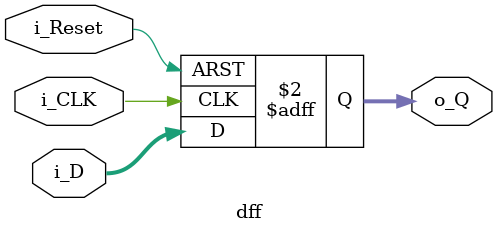
<source format=v>
module dff (
	input    wire  [31:0]	i_D     ,
	input    wire 		    i_CLK	,
	input    wire 		    i_Reset ,
	output   reg   [31:0]	o_Q	 
	);

always @(posedge i_CLK or posedge i_Reset) 
	begin
		if (i_Reset) 
			begin
				o_Q <= 32'b0 ;
			end
		else
			begin
				o_Q <= i_D ;
			end
	end

endmodule
</source>
